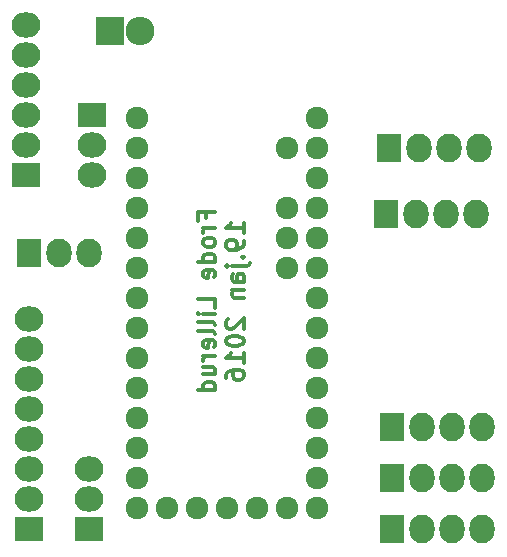
<source format=gbs>
G04 #@! TF.FileFunction,Soldermask,Bot*
%FSLAX46Y46*%
G04 Gerber Fmt 4.6, Leading zero omitted, Abs format (unit mm)*
G04 Created by KiCad (PCBNEW (2016-01-17 BZR 6493, Git da9ca2d)-product) date 19.01.2016 21.57.00*
%MOMM*%
G01*
G04 APERTURE LIST*
%ADD10C,0.100000*%
%ADD11C,0.300000*%
%ADD12C,1.924000*%
%ADD13R,2.432000X2.127200*%
%ADD14O,2.432000X2.127200*%
%ADD15R,2.127200X2.432000*%
%ADD16O,2.127200X2.432000*%
%ADD17R,2.432000X2.432000*%
%ADD18O,2.432000X2.432000*%
G04 APERTURE END LIST*
D10*
D11*
X118072857Y-70688287D02*
X118072857Y-70188287D01*
X118858571Y-70188287D02*
X117358571Y-70188287D01*
X117358571Y-70902573D01*
X118858571Y-71474001D02*
X117858571Y-71474001D01*
X118144286Y-71474001D02*
X118001429Y-71545429D01*
X117930000Y-71616858D01*
X117858571Y-71759715D01*
X117858571Y-71902572D01*
X118858571Y-72616858D02*
X118787143Y-72474000D01*
X118715714Y-72402572D01*
X118572857Y-72331143D01*
X118144286Y-72331143D01*
X118001429Y-72402572D01*
X117930000Y-72474000D01*
X117858571Y-72616858D01*
X117858571Y-72831143D01*
X117930000Y-72974000D01*
X118001429Y-73045429D01*
X118144286Y-73116858D01*
X118572857Y-73116858D01*
X118715714Y-73045429D01*
X118787143Y-72974000D01*
X118858571Y-72831143D01*
X118858571Y-72616858D01*
X118858571Y-74402572D02*
X117358571Y-74402572D01*
X118787143Y-74402572D02*
X118858571Y-74259715D01*
X118858571Y-73974001D01*
X118787143Y-73831143D01*
X118715714Y-73759715D01*
X118572857Y-73688286D01*
X118144286Y-73688286D01*
X118001429Y-73759715D01*
X117930000Y-73831143D01*
X117858571Y-73974001D01*
X117858571Y-74259715D01*
X117930000Y-74402572D01*
X118787143Y-75688286D02*
X118858571Y-75545429D01*
X118858571Y-75259715D01*
X118787143Y-75116858D01*
X118644286Y-75045429D01*
X118072857Y-75045429D01*
X117930000Y-75116858D01*
X117858571Y-75259715D01*
X117858571Y-75545429D01*
X117930000Y-75688286D01*
X118072857Y-75759715D01*
X118215714Y-75759715D01*
X118358571Y-75045429D01*
X118858571Y-78259715D02*
X118858571Y-77545429D01*
X117358571Y-77545429D01*
X118858571Y-78759715D02*
X117858571Y-78759715D01*
X117358571Y-78759715D02*
X117430000Y-78688286D01*
X117501429Y-78759715D01*
X117430000Y-78831143D01*
X117358571Y-78759715D01*
X117501429Y-78759715D01*
X118858571Y-79688287D02*
X118787143Y-79545429D01*
X118644286Y-79474001D01*
X117358571Y-79474001D01*
X118858571Y-80474001D02*
X118787143Y-80331143D01*
X118644286Y-80259715D01*
X117358571Y-80259715D01*
X118787143Y-81616857D02*
X118858571Y-81474000D01*
X118858571Y-81188286D01*
X118787143Y-81045429D01*
X118644286Y-80974000D01*
X118072857Y-80974000D01*
X117930000Y-81045429D01*
X117858571Y-81188286D01*
X117858571Y-81474000D01*
X117930000Y-81616857D01*
X118072857Y-81688286D01*
X118215714Y-81688286D01*
X118358571Y-80974000D01*
X118858571Y-82331143D02*
X117858571Y-82331143D01*
X118144286Y-82331143D02*
X118001429Y-82402571D01*
X117930000Y-82474000D01*
X117858571Y-82616857D01*
X117858571Y-82759714D01*
X117858571Y-83902571D02*
X118858571Y-83902571D01*
X117858571Y-83259714D02*
X118644286Y-83259714D01*
X118787143Y-83331142D01*
X118858571Y-83474000D01*
X118858571Y-83688285D01*
X118787143Y-83831142D01*
X118715714Y-83902571D01*
X118858571Y-85259714D02*
X117358571Y-85259714D01*
X118787143Y-85259714D02*
X118858571Y-85116857D01*
X118858571Y-84831143D01*
X118787143Y-84688285D01*
X118715714Y-84616857D01*
X118572857Y-84545428D01*
X118144286Y-84545428D01*
X118001429Y-84616857D01*
X117930000Y-84688285D01*
X117858571Y-84831143D01*
X117858571Y-85116857D01*
X117930000Y-85259714D01*
X121258571Y-71938287D02*
X121258571Y-71081144D01*
X121258571Y-71509716D02*
X119758571Y-71509716D01*
X119972857Y-71366859D01*
X120115714Y-71224001D01*
X120187143Y-71081144D01*
X121258571Y-72652572D02*
X121258571Y-72938287D01*
X121187143Y-73081144D01*
X121115714Y-73152572D01*
X120901429Y-73295430D01*
X120615714Y-73366858D01*
X120044286Y-73366858D01*
X119901429Y-73295430D01*
X119830000Y-73224001D01*
X119758571Y-73081144D01*
X119758571Y-72795430D01*
X119830000Y-72652572D01*
X119901429Y-72581144D01*
X120044286Y-72509715D01*
X120401429Y-72509715D01*
X120544286Y-72581144D01*
X120615714Y-72652572D01*
X120687143Y-72795430D01*
X120687143Y-73081144D01*
X120615714Y-73224001D01*
X120544286Y-73295430D01*
X120401429Y-73366858D01*
X121115714Y-74009715D02*
X121187143Y-74081143D01*
X121258571Y-74009715D01*
X121187143Y-73938286D01*
X121115714Y-74009715D01*
X121258571Y-74009715D01*
X120258571Y-74724001D02*
X121544286Y-74724001D01*
X121687143Y-74652572D01*
X121758571Y-74509715D01*
X121758571Y-74438287D01*
X119758571Y-74724001D02*
X119830000Y-74652572D01*
X119901429Y-74724001D01*
X119830000Y-74795429D01*
X119758571Y-74724001D01*
X119901429Y-74724001D01*
X121258571Y-76081144D02*
X120472857Y-76081144D01*
X120330000Y-76009715D01*
X120258571Y-75866858D01*
X120258571Y-75581144D01*
X120330000Y-75438287D01*
X121187143Y-76081144D02*
X121258571Y-75938287D01*
X121258571Y-75581144D01*
X121187143Y-75438287D01*
X121044286Y-75366858D01*
X120901429Y-75366858D01*
X120758571Y-75438287D01*
X120687143Y-75581144D01*
X120687143Y-75938287D01*
X120615714Y-76081144D01*
X120258571Y-76795430D02*
X121258571Y-76795430D01*
X120401429Y-76795430D02*
X120330000Y-76866858D01*
X120258571Y-77009716D01*
X120258571Y-77224001D01*
X120330000Y-77366858D01*
X120472857Y-77438287D01*
X121258571Y-77438287D01*
X119901429Y-79224001D02*
X119830000Y-79295430D01*
X119758571Y-79438287D01*
X119758571Y-79795430D01*
X119830000Y-79938287D01*
X119901429Y-80009716D01*
X120044286Y-80081144D01*
X120187143Y-80081144D01*
X120401429Y-80009716D01*
X121258571Y-79152573D01*
X121258571Y-80081144D01*
X119758571Y-81009715D02*
X119758571Y-81152572D01*
X119830000Y-81295429D01*
X119901429Y-81366858D01*
X120044286Y-81438287D01*
X120330000Y-81509715D01*
X120687143Y-81509715D01*
X120972857Y-81438287D01*
X121115714Y-81366858D01*
X121187143Y-81295429D01*
X121258571Y-81152572D01*
X121258571Y-81009715D01*
X121187143Y-80866858D01*
X121115714Y-80795429D01*
X120972857Y-80724001D01*
X120687143Y-80652572D01*
X120330000Y-80652572D01*
X120044286Y-80724001D01*
X119901429Y-80795429D01*
X119830000Y-80866858D01*
X119758571Y-81009715D01*
X121258571Y-82938286D02*
X121258571Y-82081143D01*
X121258571Y-82509715D02*
X119758571Y-82509715D01*
X119972857Y-82366858D01*
X120115714Y-82224000D01*
X120187143Y-82081143D01*
X119758571Y-84224000D02*
X119758571Y-83938286D01*
X119830000Y-83795429D01*
X119901429Y-83724000D01*
X120115714Y-83581143D01*
X120401429Y-83509714D01*
X120972857Y-83509714D01*
X121115714Y-83581143D01*
X121187143Y-83652571D01*
X121258571Y-83795429D01*
X121258571Y-84081143D01*
X121187143Y-84224000D01*
X121115714Y-84295429D01*
X120972857Y-84366857D01*
X120615714Y-84366857D01*
X120472857Y-84295429D01*
X120401429Y-84224000D01*
X120330000Y-84081143D01*
X120330000Y-83795429D01*
X120401429Y-83652571D01*
X120472857Y-83581143D01*
X120615714Y-83509714D01*
D12*
X112268000Y-67310000D03*
X112268000Y-69850000D03*
X112268000Y-62230000D03*
X112268000Y-64770000D03*
X112268000Y-72390000D03*
X112268000Y-74930000D03*
X112268000Y-77470000D03*
X112268000Y-80010000D03*
X112268000Y-82550000D03*
X112268000Y-85090000D03*
X112268000Y-87630000D03*
X112268000Y-90170000D03*
X112268000Y-92710000D03*
X112268000Y-95250000D03*
X127508000Y-95250000D03*
X127508000Y-92710000D03*
X127508000Y-90170000D03*
X127508000Y-87630000D03*
X127508000Y-85090000D03*
X127508000Y-82550000D03*
X127508000Y-80010000D03*
X127508000Y-77470000D03*
X127508000Y-74930000D03*
X127508000Y-72390000D03*
X127508000Y-69850000D03*
X127508000Y-67310000D03*
X127508000Y-64770000D03*
X127508000Y-62230000D03*
X124968000Y-64770000D03*
X124968000Y-69850000D03*
X124968000Y-72390000D03*
X124968000Y-74930000D03*
X124968000Y-95250000D03*
X122428000Y-95250000D03*
X119888000Y-95250000D03*
X117348000Y-95250000D03*
X114808000Y-95250000D03*
D13*
X108458000Y-61976000D03*
D14*
X108458000Y-64516000D03*
X108458000Y-67056000D03*
D15*
X103124000Y-73660000D03*
D16*
X105664000Y-73660000D03*
X108204000Y-73660000D03*
D13*
X108204000Y-97028000D03*
D14*
X108204000Y-94488000D03*
X108204000Y-91948000D03*
D13*
X102870000Y-67056000D03*
D14*
X102870000Y-64516000D03*
X102870000Y-61976000D03*
X102870000Y-59436000D03*
X102870000Y-56896000D03*
X102870000Y-54356000D03*
D17*
X109982000Y-54864000D03*
D18*
X112522000Y-54864000D03*
D15*
X133858000Y-88392000D03*
D16*
X136398000Y-88392000D03*
X138938000Y-88392000D03*
X141478000Y-88392000D03*
D15*
X133604000Y-64770000D03*
D16*
X136144000Y-64770000D03*
X138684000Y-64770000D03*
X141224000Y-64770000D03*
D15*
X133858000Y-92710000D03*
D16*
X136398000Y-92710000D03*
X138938000Y-92710000D03*
X141478000Y-92710000D03*
D15*
X133858000Y-97028000D03*
D16*
X136398000Y-97028000D03*
X138938000Y-97028000D03*
X141478000Y-97028000D03*
D15*
X133350000Y-70358000D03*
D16*
X135890000Y-70358000D03*
X138430000Y-70358000D03*
X140970000Y-70358000D03*
D13*
X103124000Y-97028000D03*
D14*
X103124000Y-94488000D03*
X103124000Y-91948000D03*
X103124000Y-89408000D03*
X103124000Y-86868000D03*
X103124000Y-84328000D03*
X103124000Y-81788000D03*
X103124000Y-79248000D03*
M02*

</source>
